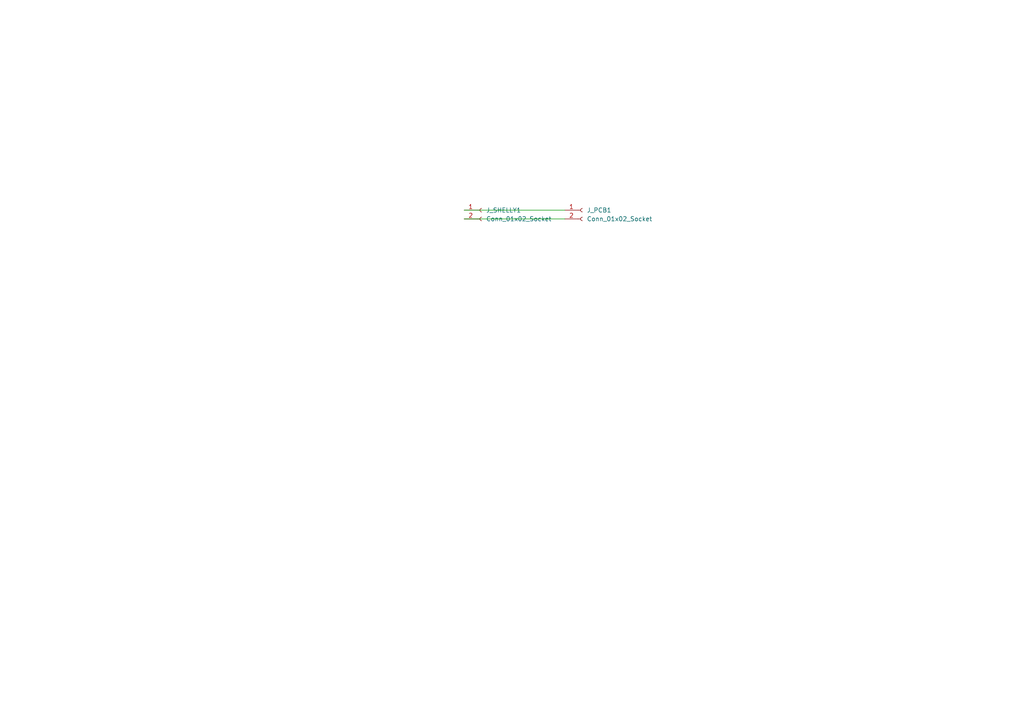
<source format=kicad_sch>
(kicad_sch (version 20231120) (generator "eeschema") (generator_version "8.0")
  (paper "A4")
  (lib_symbols
    (symbol "Connector:Conn_01x02_Socket" (pin_names (offset 1.016) hide)
      (property "Reference" "J" (at 0 2.54 0))
      (property "Value" "Conn_01x02_Socket" (at 0 -5.08 0))
      (symbol "Conn_01x02_Socket_1_1"
        (arc (start 0 -2.032) (mid -0.5058 -2.54) (end 0 -3.048) (stroke (width 0.1524)))
        (polyline (pts (xy -1.27 -2.54) (xy -0.508 -2.54)) (stroke (width 0.1524)))
        (polyline (pts (xy -1.27 0) (xy -0.508 0)) (stroke (width 0.1524)))
        (arc (start 0 0.508) (mid -0.5058 0) (end 0 -0.508) (stroke (width 0.1524)))
        (pin passive line (at -5.08 0 0) (length 3.81) (name "Pin_1") (number "1"))
        (pin passive line (at -5.08 -2.54 0) (length 3.81) (name "Pin_2") (number "2"))
      )
    )
  )
  (wire (pts (xy 134.62 60.96) (xy 163.83 60.96)))
  (wire (pts (xy 134.62 63.5) (xy 163.83 63.5)))
  (symbol (lib_id "Connector:Conn_01x02_Socket") (at 139.7 60.96 0) (unit 1)
    (property "Reference" "J_SHELLY1" (at 140.97 60.9599 0) (effects (justify left)))
    (property "Value" "Conn_01x02_Socket" (at 140.97 63.4999 0) (effects (justify left)))
    (property "Footprint" "Connector_PinHeader_2.54mm:PinHeader_1x02_P2.54mm_Vertical" (effects (hide yes)))
    (property "Description" "Generic connector, single row, 01x02, script generated" (effects (hide yes)))
  )
  (symbol (lib_id "Connector:Conn_01x02_Socket") (at 168.91 60.96 0) (unit 1)
    (property "Reference" "J_PCB1" (at 170.18 60.9599 0) (effects (justify left)))
    (property "Value" "Conn_01x02_Socket" (at 170.18 63.4999 0) (effects (justify left)))
    (property "Footprint" "Connector_PinSocket_2.54mm:PinSocket_1x02_P2.54mm_Horizontal" (effects (hide yes)))
    (property "Description" "Generic connector, single row, 01x02, script generated" (effects (hide yes)))
  )
)
</source>
